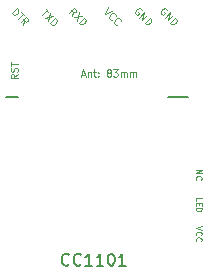
<source format=gto>
G04 #@! TF.GenerationSoftware,KiCad,Pcbnew,(5.1.4)-1*
G04 #@! TF.CreationDate,2020-01-26T17:58:18+01:00*
G04 #@! TF.ProjectId,HM-LC-Sw1-Pl-DN-R1_S26,484d2d4c-432d-4537-9731-2d506c2d444e,rev?*
G04 #@! TF.SameCoordinates,Original*
G04 #@! TF.FileFunction,Legend,Top*
G04 #@! TF.FilePolarity,Positive*
%FSLAX46Y46*%
G04 Gerber Fmt 4.6, Leading zero omitted, Abs format (unit mm)*
G04 Created by KiCad (PCBNEW (5.1.4)-1) date 2020-01-26 17:58:18*
%MOMM*%
%LPD*%
G04 APERTURE LIST*
%ADD10C,0.100000*%
%ADD11C,0.150000*%
G04 APERTURE END LIST*
D10*
X151642857Y-98700000D02*
X151928571Y-98700000D01*
X151585714Y-98871428D02*
X151785714Y-98271428D01*
X151985714Y-98871428D01*
X152185714Y-98471428D02*
X152185714Y-98871428D01*
X152185714Y-98528571D02*
X152214285Y-98500000D01*
X152271428Y-98471428D01*
X152357142Y-98471428D01*
X152414285Y-98500000D01*
X152442857Y-98557142D01*
X152442857Y-98871428D01*
X152642857Y-98471428D02*
X152871428Y-98471428D01*
X152728571Y-98271428D02*
X152728571Y-98785714D01*
X152757142Y-98842857D01*
X152814285Y-98871428D01*
X152871428Y-98871428D01*
X153071428Y-98814285D02*
X153100000Y-98842857D01*
X153071428Y-98871428D01*
X153042857Y-98842857D01*
X153071428Y-98814285D01*
X153071428Y-98871428D01*
X153071428Y-98500000D02*
X153100000Y-98528571D01*
X153071428Y-98557142D01*
X153042857Y-98528571D01*
X153071428Y-98500000D01*
X153071428Y-98557142D01*
X153900000Y-98528571D02*
X153842857Y-98500000D01*
X153814285Y-98471428D01*
X153785714Y-98414285D01*
X153785714Y-98385714D01*
X153814285Y-98328571D01*
X153842857Y-98300000D01*
X153900000Y-98271428D01*
X154014285Y-98271428D01*
X154071428Y-98300000D01*
X154100000Y-98328571D01*
X154128571Y-98385714D01*
X154128571Y-98414285D01*
X154100000Y-98471428D01*
X154071428Y-98500000D01*
X154014285Y-98528571D01*
X153900000Y-98528571D01*
X153842857Y-98557142D01*
X153814285Y-98585714D01*
X153785714Y-98642857D01*
X153785714Y-98757142D01*
X153814285Y-98814285D01*
X153842857Y-98842857D01*
X153900000Y-98871428D01*
X154014285Y-98871428D01*
X154071428Y-98842857D01*
X154100000Y-98814285D01*
X154128571Y-98757142D01*
X154128571Y-98642857D01*
X154100000Y-98585714D01*
X154071428Y-98557142D01*
X154014285Y-98528571D01*
X154328571Y-98271428D02*
X154700000Y-98271428D01*
X154500000Y-98500000D01*
X154585714Y-98500000D01*
X154642857Y-98528571D01*
X154671428Y-98557142D01*
X154700000Y-98614285D01*
X154700000Y-98757142D01*
X154671428Y-98814285D01*
X154642857Y-98842857D01*
X154585714Y-98871428D01*
X154414285Y-98871428D01*
X154357142Y-98842857D01*
X154328571Y-98814285D01*
X154957142Y-98871428D02*
X154957142Y-98471428D01*
X154957142Y-98528571D02*
X154985714Y-98500000D01*
X155042857Y-98471428D01*
X155128571Y-98471428D01*
X155185714Y-98500000D01*
X155214285Y-98557142D01*
X155214285Y-98871428D01*
X155214285Y-98557142D02*
X155242857Y-98500000D01*
X155300000Y-98471428D01*
X155385714Y-98471428D01*
X155442857Y-98500000D01*
X155471428Y-98557142D01*
X155471428Y-98871428D01*
X155757142Y-98871428D02*
X155757142Y-98471428D01*
X155757142Y-98528571D02*
X155785714Y-98500000D01*
X155842857Y-98471428D01*
X155928571Y-98471428D01*
X155985714Y-98500000D01*
X156014285Y-98557142D01*
X156014285Y-98871428D01*
X156014285Y-98557142D02*
X156042857Y-98500000D01*
X156100000Y-98471428D01*
X156185714Y-98471428D01*
X156242857Y-98500000D01*
X156271428Y-98557142D01*
X156271428Y-98871428D01*
X156738883Y-93264619D02*
X156718680Y-93204009D01*
X156658071Y-93143400D01*
X156577258Y-93102994D01*
X156496446Y-93102994D01*
X156435837Y-93123197D01*
X156334822Y-93183806D01*
X156274213Y-93244416D01*
X156213603Y-93345431D01*
X156193400Y-93406040D01*
X156193400Y-93486852D01*
X156233806Y-93567664D01*
X156274213Y-93608071D01*
X156355025Y-93648477D01*
X156395431Y-93648477D01*
X156536852Y-93507055D01*
X156456040Y-93426243D01*
X156536852Y-93870710D02*
X156961116Y-93446446D01*
X156779289Y-94113147D01*
X157203553Y-93688883D01*
X156981319Y-94315177D02*
X157405583Y-93890913D01*
X157506599Y-93991928D01*
X157547005Y-94072741D01*
X157547005Y-94153553D01*
X157526802Y-94214162D01*
X157466193Y-94315177D01*
X157405583Y-94375786D01*
X157304568Y-94436396D01*
X157243959Y-94456599D01*
X157163147Y-94456599D01*
X157082335Y-94416193D01*
X156981319Y-94315177D01*
X161802569Y-111514973D02*
X161302569Y-111681640D01*
X161802569Y-111848306D01*
X161350188Y-112300687D02*
X161326379Y-112276878D01*
X161302569Y-112205449D01*
X161302569Y-112157830D01*
X161326379Y-112086401D01*
X161373998Y-112038782D01*
X161421617Y-112014973D01*
X161516855Y-111991163D01*
X161588283Y-111991163D01*
X161683521Y-112014973D01*
X161731140Y-112038782D01*
X161778760Y-112086401D01*
X161802569Y-112157830D01*
X161802569Y-112205449D01*
X161778760Y-112276878D01*
X161754950Y-112300687D01*
X161350188Y-112800687D02*
X161326379Y-112776878D01*
X161302569Y-112705449D01*
X161302569Y-112657830D01*
X161326379Y-112586401D01*
X161373998Y-112538782D01*
X161421617Y-112514973D01*
X161516855Y-112491163D01*
X161588283Y-112491163D01*
X161683521Y-112514973D01*
X161731140Y-112538782D01*
X161778760Y-112586401D01*
X161802569Y-112657830D01*
X161802569Y-112705449D01*
X161778760Y-112776878D01*
X161754950Y-112800687D01*
X161307649Y-109386251D02*
X161307649Y-109148156D01*
X161807649Y-109148156D01*
X161569554Y-109552918D02*
X161569554Y-109719584D01*
X161307649Y-109791013D02*
X161307649Y-109552918D01*
X161807649Y-109552918D01*
X161807649Y-109791013D01*
X161307649Y-110005299D02*
X161807649Y-110005299D01*
X161807649Y-110124346D01*
X161783840Y-110195775D01*
X161736220Y-110243394D01*
X161688601Y-110267203D01*
X161593363Y-110291013D01*
X161521935Y-110291013D01*
X161426697Y-110267203D01*
X161379078Y-110243394D01*
X161331459Y-110195775D01*
X161307649Y-110124346D01*
X161307649Y-110005299D01*
X161312729Y-106790062D02*
X161812729Y-106790062D01*
X161312729Y-107075777D01*
X161812729Y-107075777D01*
X161360348Y-107599586D02*
X161336539Y-107575777D01*
X161312729Y-107504348D01*
X161312729Y-107456729D01*
X161336539Y-107385300D01*
X161384158Y-107337681D01*
X161431777Y-107313872D01*
X161527015Y-107290062D01*
X161598443Y-107290062D01*
X161693681Y-107313872D01*
X161741300Y-107337681D01*
X161788920Y-107385300D01*
X161812729Y-107456729D01*
X161812729Y-107504348D01*
X161788920Y-107575777D01*
X161765110Y-107599586D01*
X146241428Y-98688571D02*
X145955714Y-98888571D01*
X146241428Y-99031428D02*
X145641428Y-99031428D01*
X145641428Y-98802857D01*
X145670000Y-98745714D01*
X145698571Y-98717142D01*
X145755714Y-98688571D01*
X145841428Y-98688571D01*
X145898571Y-98717142D01*
X145927142Y-98745714D01*
X145955714Y-98802857D01*
X145955714Y-99031428D01*
X146212857Y-98460000D02*
X146241428Y-98374285D01*
X146241428Y-98231428D01*
X146212857Y-98174285D01*
X146184285Y-98145714D01*
X146127142Y-98117142D01*
X146070000Y-98117142D01*
X146012857Y-98145714D01*
X145984285Y-98174285D01*
X145955714Y-98231428D01*
X145927142Y-98345714D01*
X145898571Y-98402857D01*
X145870000Y-98431428D01*
X145812857Y-98460000D01*
X145755714Y-98460000D01*
X145698571Y-98431428D01*
X145670000Y-98402857D01*
X145641428Y-98345714D01*
X145641428Y-98202857D01*
X145670000Y-98117142D01*
X145641428Y-97945714D02*
X145641428Y-97602857D01*
X146241428Y-97774285D02*
X145641428Y-97774285D01*
X150825228Y-93709086D02*
X150885837Y-93365634D01*
X150582791Y-93466649D02*
X151007055Y-93042385D01*
X151168680Y-93204009D01*
X151188883Y-93264619D01*
X151188883Y-93305025D01*
X151168680Y-93365634D01*
X151108071Y-93426243D01*
X151047461Y-93446446D01*
X151007055Y-93446446D01*
X150946446Y-93426243D01*
X150784822Y-93264619D01*
X151390913Y-93426243D02*
X151249492Y-94133350D01*
X151673756Y-93709086D02*
X150966649Y-93850507D01*
X151411116Y-94294974D02*
X151835380Y-93870710D01*
X151936396Y-93971725D01*
X151976802Y-94052538D01*
X151976802Y-94133350D01*
X151956599Y-94193959D01*
X151895990Y-94294974D01*
X151835380Y-94355583D01*
X151734365Y-94416193D01*
X151673756Y-94436396D01*
X151592944Y-94436396D01*
X151512132Y-94395990D01*
X151411116Y-94294974D01*
X145733197Y-93487055D02*
X146157461Y-93062791D01*
X146258477Y-93163806D01*
X146298883Y-93244619D01*
X146298883Y-93325431D01*
X146278680Y-93386040D01*
X146218071Y-93487055D01*
X146157461Y-93547664D01*
X146056446Y-93608274D01*
X145995837Y-93628477D01*
X145915025Y-93628477D01*
X145834213Y-93588071D01*
X145733197Y-93487055D01*
X146521116Y-93426446D02*
X146763553Y-93668883D01*
X146218071Y-93971928D02*
X146642335Y-93547664D01*
X146723147Y-94477005D02*
X146783756Y-94133553D01*
X146480710Y-94234568D02*
X146904974Y-93810304D01*
X147066599Y-93971928D01*
X147086802Y-94032538D01*
X147086802Y-94072944D01*
X147066599Y-94133553D01*
X147005990Y-94194162D01*
X146945380Y-94214365D01*
X146904974Y-94214365D01*
X146844365Y-94194162D01*
X146682741Y-94032538D01*
X153916649Y-93001979D02*
X153633806Y-93567664D01*
X154199492Y-93284822D01*
X154199492Y-94052538D02*
X154159086Y-94052538D01*
X154078274Y-94012132D01*
X154037867Y-93971725D01*
X153997461Y-93890913D01*
X153997461Y-93810101D01*
X154017664Y-93749492D01*
X154078274Y-93648477D01*
X154138883Y-93587867D01*
X154239898Y-93527258D01*
X154300507Y-93507055D01*
X154381319Y-93507055D01*
X154462132Y-93547461D01*
X154502538Y-93587867D01*
X154542944Y-93668680D01*
X154542944Y-93709086D01*
X154623756Y-94476802D02*
X154583350Y-94476802D01*
X154502538Y-94436396D01*
X154462132Y-94395990D01*
X154421725Y-94315177D01*
X154421725Y-94234365D01*
X154441928Y-94173756D01*
X154502538Y-94072741D01*
X154563147Y-94012132D01*
X154664162Y-93951522D01*
X154724771Y-93931319D01*
X154805583Y-93931319D01*
X154886396Y-93971725D01*
X154926802Y-94012132D01*
X154967208Y-94092944D01*
X154967208Y-94133350D01*
X148596954Y-93132284D02*
X148839390Y-93374720D01*
X148293908Y-93677766D02*
X148718172Y-93253502D01*
X148940406Y-93475735D02*
X148798984Y-94182842D01*
X149223248Y-93758578D02*
X148516142Y-93900000D01*
X148960609Y-94344467D02*
X149384873Y-93920203D01*
X149485888Y-94021218D01*
X149526294Y-94102030D01*
X149526294Y-94182842D01*
X149506091Y-94243451D01*
X149445482Y-94344467D01*
X149384873Y-94405076D01*
X149283857Y-94465685D01*
X149223248Y-94485888D01*
X149142436Y-94485888D01*
X149061624Y-94445482D01*
X148960609Y-94344467D01*
X158888883Y-93264619D02*
X158868680Y-93204009D01*
X158808071Y-93143400D01*
X158727258Y-93102994D01*
X158646446Y-93102994D01*
X158585837Y-93123197D01*
X158484822Y-93183806D01*
X158424213Y-93244416D01*
X158363603Y-93345431D01*
X158343400Y-93406040D01*
X158343400Y-93486852D01*
X158383806Y-93567664D01*
X158424213Y-93608071D01*
X158505025Y-93648477D01*
X158545431Y-93648477D01*
X158686852Y-93507055D01*
X158606040Y-93426243D01*
X158686852Y-93870710D02*
X159111116Y-93446446D01*
X158929289Y-94113147D01*
X159353553Y-93688883D01*
X159131319Y-94315177D02*
X159555583Y-93890913D01*
X159656599Y-93991928D01*
X159697005Y-94072741D01*
X159697005Y-94153553D01*
X159676802Y-94214162D01*
X159616193Y-94315177D01*
X159555583Y-94375786D01*
X159454568Y-94436396D01*
X159393959Y-94456599D01*
X159313147Y-94456599D01*
X159232335Y-94416193D01*
X159131319Y-94315177D01*
D11*
X158917640Y-100629720D02*
X160670240Y-100629720D01*
X145227040Y-100604320D02*
X146293840Y-100604320D01*
X150580001Y-114782142D02*
X150532382Y-114829761D01*
X150389525Y-114877380D01*
X150294287Y-114877380D01*
X150151430Y-114829761D01*
X150056192Y-114734523D01*
X150008573Y-114639285D01*
X149960954Y-114448809D01*
X149960954Y-114305952D01*
X150008573Y-114115476D01*
X150056192Y-114020238D01*
X150151430Y-113925000D01*
X150294287Y-113877380D01*
X150389525Y-113877380D01*
X150532382Y-113925000D01*
X150580001Y-113972619D01*
X151580001Y-114782142D02*
X151532382Y-114829761D01*
X151389525Y-114877380D01*
X151294287Y-114877380D01*
X151151430Y-114829761D01*
X151056192Y-114734523D01*
X151008573Y-114639285D01*
X150960954Y-114448809D01*
X150960954Y-114305952D01*
X151008573Y-114115476D01*
X151056192Y-114020238D01*
X151151430Y-113925000D01*
X151294287Y-113877380D01*
X151389525Y-113877380D01*
X151532382Y-113925000D01*
X151580001Y-113972619D01*
X152532382Y-114877380D02*
X151960954Y-114877380D01*
X152246668Y-114877380D02*
X152246668Y-113877380D01*
X152151430Y-114020238D01*
X152056192Y-114115476D01*
X151960954Y-114163095D01*
X153484763Y-114877380D02*
X152913335Y-114877380D01*
X153199049Y-114877380D02*
X153199049Y-113877380D01*
X153103811Y-114020238D01*
X153008573Y-114115476D01*
X152913335Y-114163095D01*
X154103811Y-113877380D02*
X154199049Y-113877380D01*
X154294287Y-113925000D01*
X154341906Y-113972619D01*
X154389525Y-114067857D01*
X154437144Y-114258333D01*
X154437144Y-114496428D01*
X154389525Y-114686904D01*
X154341906Y-114782142D01*
X154294287Y-114829761D01*
X154199049Y-114877380D01*
X154103811Y-114877380D01*
X154008573Y-114829761D01*
X153960954Y-114782142D01*
X153913335Y-114686904D01*
X153865716Y-114496428D01*
X153865716Y-114258333D01*
X153913335Y-114067857D01*
X153960954Y-113972619D01*
X154008573Y-113925000D01*
X154103811Y-113877380D01*
X155389525Y-114877380D02*
X154818097Y-114877380D01*
X155103811Y-114877380D02*
X155103811Y-113877380D01*
X155008573Y-114020238D01*
X154913335Y-114115476D01*
X154818097Y-114163095D01*
M02*

</source>
